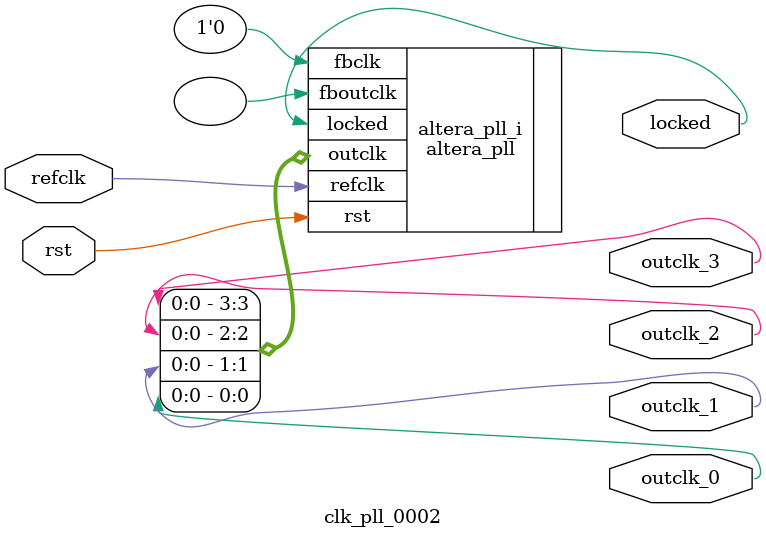
<source format=v>
`timescale 1ns/10ps
module  clk_pll_0002(

	// interface 'refclk'
	input wire refclk,

	// interface 'reset'
	input wire rst,

	// interface 'outclk0'
	output wire outclk_0,

	// interface 'outclk1'
	output wire outclk_1,

	// interface 'outclk2'
	output wire outclk_2,

	// interface 'outclk3'
	output wire outclk_3,

	// interface 'locked'
	output wire locked
);

	altera_pll #(
		.fractional_vco_multiplier("false"),
		.reference_clock_frequency("50.0 MHz"),
		.operation_mode("direct"),
		.number_of_clocks(4),
		.output_clock_frequency0("100.000000 MHz"),
		.phase_shift0("0 ps"),
		.duty_cycle0(50),
		.output_clock_frequency1("50.000000 MHz"),
		.phase_shift1("0 ps"),
		.duty_cycle1(50),
		.output_clock_frequency2("25.000000 MHz"),
		.phase_shift2("0 ps"),
		.duty_cycle2(50),
		.output_clock_frequency3("100.000000 MHz"),
		.phase_shift3("312 ps"),
		.duty_cycle3(50),
		.output_clock_frequency4("0 MHz"),
		.phase_shift4("0 ps"),
		.duty_cycle4(50),
		.output_clock_frequency5("0 MHz"),
		.phase_shift5("0 ps"),
		.duty_cycle5(50),
		.output_clock_frequency6("0 MHz"),
		.phase_shift6("0 ps"),
		.duty_cycle6(50),
		.output_clock_frequency7("0 MHz"),
		.phase_shift7("0 ps"),
		.duty_cycle7(50),
		.output_clock_frequency8("0 MHz"),
		.phase_shift8("0 ps"),
		.duty_cycle8(50),
		.output_clock_frequency9("0 MHz"),
		.phase_shift9("0 ps"),
		.duty_cycle9(50),
		.output_clock_frequency10("0 MHz"),
		.phase_shift10("0 ps"),
		.duty_cycle10(50),
		.output_clock_frequency11("0 MHz"),
		.phase_shift11("0 ps"),
		.duty_cycle11(50),
		.output_clock_frequency12("0 MHz"),
		.phase_shift12("0 ps"),
		.duty_cycle12(50),
		.output_clock_frequency13("0 MHz"),
		.phase_shift13("0 ps"),
		.duty_cycle13(50),
		.output_clock_frequency14("0 MHz"),
		.phase_shift14("0 ps"),
		.duty_cycle14(50),
		.output_clock_frequency15("0 MHz"),
		.phase_shift15("0 ps"),
		.duty_cycle15(50),
		.output_clock_frequency16("0 MHz"),
		.phase_shift16("0 ps"),
		.duty_cycle16(50),
		.output_clock_frequency17("0 MHz"),
		.phase_shift17("0 ps"),
		.duty_cycle17(50),
		.pll_type("General"),
		.pll_subtype("General")
	) altera_pll_i (
		.rst	(rst),
		.outclk	({outclk_3, outclk_2, outclk_1, outclk_0}),
		.locked	(locked),
		.fboutclk	( ),
		.fbclk	(1'b0),
		.refclk	(refclk)
	);
endmodule


</source>
